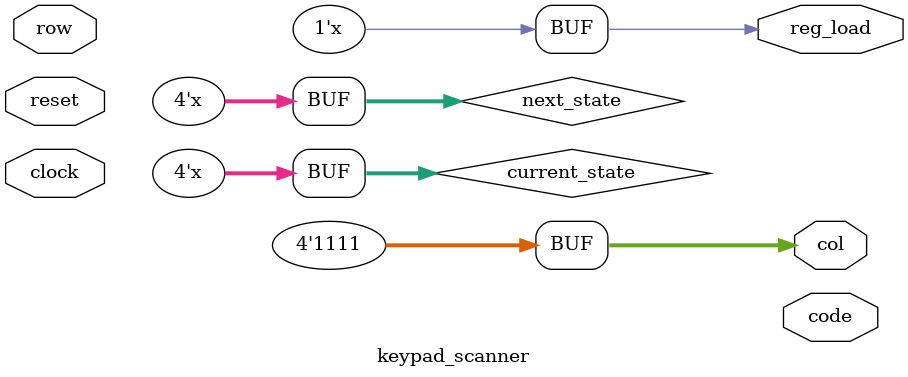
<source format=v>
`timescale 1ns / 1ps


module keypad_scanner(clock,reset,row,col,code,reg_load);
input clock,reset;
input[3:0] row;
output[3:0] col,code;
output reg_load;
reg [3:0]code = 4'b0000;
reg [3:0] current_state;
reg [3:0] next_state;
reg [3:0] col = 4'b1111; 
wire OR_row;
assign OR_row = |row;
reg reg_load = 0;
parameter init = 4'd0; 
parameter state_1 = 4'd1; 
parameter state_2 = 4'd2; 
parameter state_3 = 4'd3; 
parameter state_4 = 4'd4; 
parameter state_5 = 4'd5; 
parameter state_6 = 4'd6; 
parameter state_7 = 4'd7; 
parameter state_8 = 4'd8; 
parameter state_9 = 4'd9; 

initial current_state = init;
always @(posedge clock or posedge reset) begin
    if(reset == 1) current_state <= init;
    else current_state <=next_state;
end
always @(current_state,OR_row) begin
        case(current_state)
            init:begin
                col = 4'b1111;
                if(OR_row == 1)next_state = 4'd1;
                else next_state = init;
            end
            state_1:begin
                col = 4'b0001;
                if(OR_row == 1) next_state = state_5;
                else next_state = state_2;
                end
            state_2:begin
                col = 4'b0010;
                if(OR_row == 1) next_state = state_6; 
                else next_state = state_3;
                end
            state_3:begin
                col = 4'b0100;
                if(OR_row == 1) next_state = state_7;
                else next_state = state_4;
                end
            state_4:begin
                col = 4'b1000;
                if(OR_row == 1) next_state = state_8;
                else next_state = init;
                end
            state_5:begin
                col = 4'b0001;
                reg_load = 1;
                case(row)
                    4'b0001:code<=4'h0;
					4'b0010:code<=4'h4;
					4'b0100:code<=4'h8;
					4'b1000:code<=4'hc;
					default:code<=4'h0;
			    endcase
                next_state = state_9;
                end
             state_6:begin
                col = 4'b0010;
                reg_load = 1;
                case(row)
					4'b0001:code<=4'h1;
					4'b0010:code<=4'h5;
					4'b0100:code<=4'h9;
					4'b1000:code<=4'hd;
					default:code<=4'h0;					
			    endcase
                next_state = state_9;
                end 
             state_7:begin
                col = 4'b0100;
                reg_load = 1;
                case(row)
					4'b0001:code<=4'h2;
					4'b0010:code<=4'h6;
					4'b0100:code<=4'ha;
					4'b1000:code<=4'he;
					default:code<=4'h0;
			    endcase
                next_state = state_9;
                end
             state_8:begin
                col = 4'b1000;
                reg_load = 1;
                case(row)
					4'b0001:code<=4'h3;
					4'b0010:code<=4'h7;
					4'b0100:code<=4'hb;
					4'b1000:code<=4'hf;
					default:code<=4'h0;
			    endcase
                next_state = state_9;
                end
             state_9:begin
                col = 4'b1111;
                reg_load = 0;
                if(OR_row == 1) next_state = state_9;
                else next_state = init;
                end
             default:begin
                col = 4'b1111;
                current_state <= current_state;
                end
       endcase
end
endmodule

</source>
